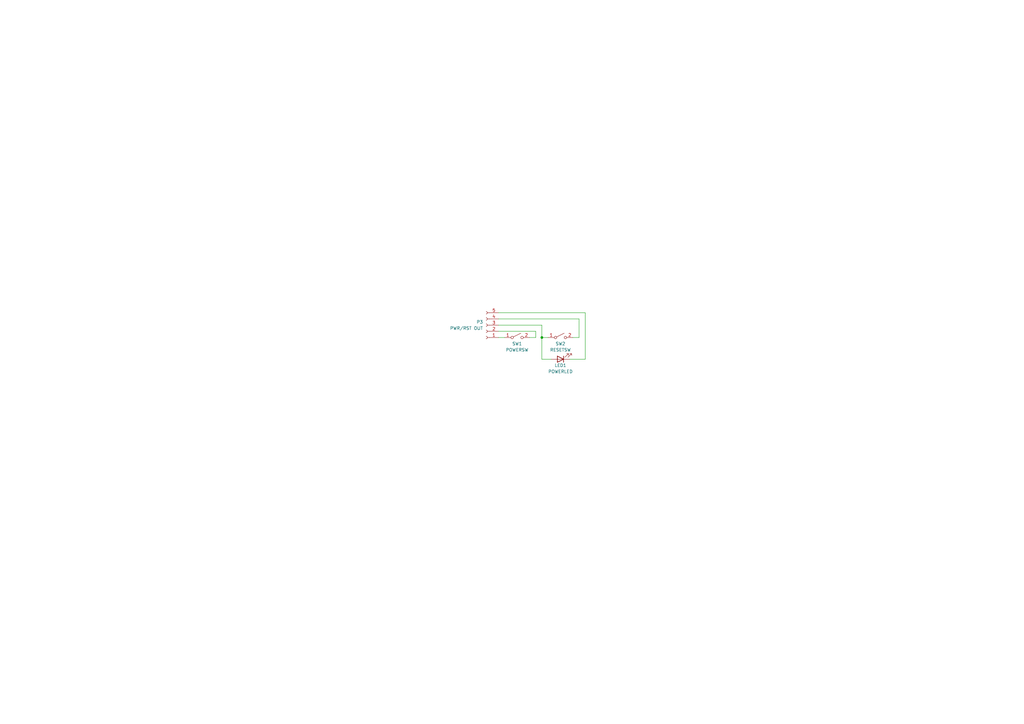
<source format=kicad_sch>
(kicad_sch (version 20211123) (generator eeschema)
  (paper "A3")
  (title_block (title "NES-CPU-11") (rev "11") (company "Nintendo Co., LTD") (comment 1 "Clean-Up by =Lockster=") (comment 2 "KiCad Schematic by Redherring32") (comment 3 "Reverse Engineered by Krzysiobal") (comment 4 "Forked and updated by NULL"))
  (lib_symbols
    (symbol "Connector:Conn_01x05_Female" (pin_names (offset 1.016) hide)
      (property "Reference" "J" (at 0 7.62 0))
      (property "Value" "Conn_01x05_Female" (at 0 -7.62 0))
      (symbol "Conn_01x05_Female_1_1"
        (arc (start 0 -4.572) (mid -0.508 -5.08) (end 0 -5.588) (stroke (width 0.1524)))
        (arc (start 0 -2.032) (mid -0.508 -2.54) (end 0 -3.048) (stroke (width 0.1524)))
        (polyline (pts (xy -1.27 -5.08) (xy -0.508 -5.08)) (stroke (width 0.1524)))
        (polyline (pts (xy -1.27 -2.54) (xy -0.508 -2.54)) (stroke (width 0.1524)))
        (polyline (pts (xy -1.27 0) (xy -0.508 0)) (stroke (width 0.1524)))
        (polyline (pts (xy -1.27 2.54) (xy -0.508 2.54)) (stroke (width 0.1524)))
        (polyline (pts (xy -1.27 5.08) (xy -0.508 5.08)) (stroke (width 0.1524)))
        (arc (start 0 0.508) (mid -0.508 0) (end 0 -0.508) (stroke (width 0.1524)))
        (arc (start 0 3.048) (mid -0.508 2.54) (end 0 2.032) (stroke (width 0.1524)))
        (arc (start 0 5.588) (mid -0.508 5.08) (end 0 4.572) (stroke (width 0.1524)))
        (pin passive line (at -5.08 5.08 0) (length 3.81) (name "Pin_1") (number "1"))
        (pin passive line (at -5.08 2.54 0) (length 3.81) (name "Pin_2") (number "2"))
        (pin passive line (at -5.08 0 0) (length 3.81) (name "Pin_3") (number "3"))
        (pin passive line (at -5.08 -2.54 0) (length 3.81) (name "Pin_4") (number "4"))
        (pin passive line (at -5.08 -5.08 0) (length 3.81) (name "Pin_5") (number "5"))
      )
    )
    (symbol "Device:LED" (pin_numbers hide) (pin_names (offset 1.016) hide)
      (property "Reference" "D" (at 0 2.54 0))
      (property "Value" "LED" (at 0 -2.54 0))
      (symbol "LED_0_1"
        (polyline (pts (xy -1.27 -1.27) (xy -1.27 1.27)) (stroke (width 0.254)))
        (polyline (pts (xy -1.27 0) (xy 1.27 0)))
        (polyline (pts (xy 1.27 -1.27) (xy 1.27 1.27) (xy -1.27 0) (xy 1.27 -1.27)) (stroke (width 0.254)))
        (polyline (pts (xy -3.048 -0.762) (xy -4.572 -2.286) (xy -3.81 -2.286) (xy -4.572 -2.286) (xy -4.572 -1.524)))
        (polyline (pts (xy -1.778 -0.762) (xy -3.302 -2.286) (xy -2.54 -2.286) (xy -3.302 -2.286) (xy -3.302 -1.524)))
      )
      (symbol "LED_1_1"
        (pin passive line (at -3.81 0 0) (length 2.54) (name "K") (number "1"))
        (pin passive line (at 3.81 0 180) (length 2.54) (name "A") (number "2"))
      )
    )
    (symbol "Switch:SW_SPST" (pin_names (offset 0) hide)
      (property "Reference" "SW" (at 0 3.175 0))
      (property "Value" "SW_SPST" (at 0 -2.54 0))
      (symbol "SW_SPST_0_0"
        (circle (center -2.032 0) (radius 0.508))
        (polyline (pts (xy -1.524 0.254) (xy 1.524 1.778)))
        (circle (center 2.032 0) (radius 0.508))
      )
      (symbol "SW_SPST_1_1"
        (pin passive line (at -5.08 0 0) (length 2.54) (name "A") (number "1"))
        (pin passive line (at 5.08 0 180) (length 2.54) (name "B") (number "2"))
      )
    )
  )
  (junction (at 222.25 138.43))
  (wire (pts (xy 237.49 130.81) (xy 204.47 130.81)))
  (wire (pts (xy 222.25 147.32) (xy 226.06 147.32)))
  (wire (pts (xy 204.47 135.89) (xy 219.71 135.89)))
  (wire (pts (xy 204.47 128.27) (xy 240.03 128.27)))
  (wire (pts (xy 222.25 138.43) (xy 222.25 147.32)))
  (wire (pts (xy 224.79 138.43) (xy 222.25 138.43)))
  (wire (pts (xy 219.71 138.43) (xy 217.17 138.43)))
  (wire (pts (xy 234.95 138.43) (xy 237.49 138.43)))
  (wire (pts (xy 240.03 147.32) (xy 233.68 147.32)))
  (wire (pts (xy 204.47 138.43) (xy 207.01 138.43)))
  (wire (pts (xy 240.03 128.27) (xy 240.03 147.32)))
  (wire (pts (xy 219.71 135.89) (xy 219.71 138.43)))
  (wire (pts (xy 237.49 138.43) (xy 237.49 130.81)))
  (wire (pts (xy 222.25 133.35) (xy 204.47 133.35)))
  (wire (pts (xy 222.25 138.43) (xy 222.25 133.35)))
  (symbol (lib_id "Connector:Conn_01x05_Female") (at 199.39 133.35 180) (unit 1)
    (property "Reference" "P3" (at 198.12 132.08 0) (effects (justify left)))
    (property "Value" "PWR/RST OUT" (at 198.12 134.62 0) (effects (justify left)))
    (property "Footprint" "Connector_PinHeader_2.54mm:PinHeader_1x05_P2.54mm_Vertical" (effects hide))
  )
  (symbol (lib_id "Switch:SW_SPST") (at 212.09 138.43 0) (unit 1)
    (property "Reference" "SW1" (at 212.09 140.97 0))
    (property "Value" "POWERSW" (at 212.09 143.51 0))
    (property "Footprint" "NESRE:NES Switch" (effects hide))
  )
  (symbol (lib_id "Switch:SW_SPST") (at 229.87 138.43 0) (unit 1)
    (property "Reference" "SW2" (at 229.87 140.97 0))
    (property "Value" "RESETSW" (at 229.87 143.51 0))
    (property "Footprint" "NESRE:NES Switch" (effects hide))
  )
  (symbol (lib_id "Device:LED") (at 229.87 147.32 180) (unit 1)
    (property "Reference" "LED1" (at 229.87 149.86 0))
    (property "Value" "POWERLED" (at 229.87 152.4 0))
    (property "Footprint" "LED_THT:LED_D5.0mm" (effects hide))
  )
)
</source>
